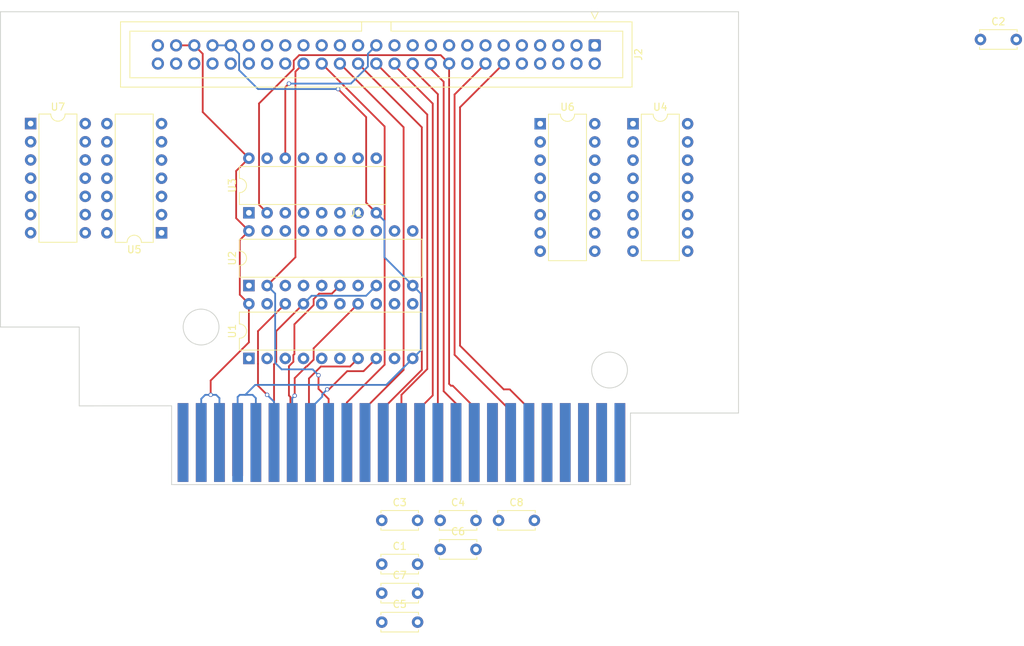
<source format=kicad_pcb>
(kicad_pcb (version 20211014) (generator pcbnew)
  (layers (0 "F.Cu" signal) (31 "B.Cu" signal) (34 "B.Paste" user) (35 "F.Paste" user) (36 "B.SilkS" user "B.Silkscreen") (37 "F.SilkS" user "F.Silkscreen") (38 "B.Mask" user) (39 "F.Mask" user) (44 "Edge.Cuts" user))
  (net 0 "")
  (net 1 "+5V")
  (net 2 "GND")
  (net 3 "{slash}CS1")
  (net 4 "{slash}CS2")
  (net 5 "{slash}CS12")
  (net 6 "{slash}SLTSL")
  (net 8 "{slash}RFSH")
  (net 9 "{slash}WAIT")
  (net 10 "{slash}INT")
  (net 11 "{slash}M1")
  (net 12 "{slash}BUSDIR")
  (net 13 "{slash}IORQ")
  (net 14 "{slash}MERQ")
  (net 15 "{slash}WR")
  (net 16 "{slash}RD")
  (net 17 "{slash}RESET")
  (net 19 "A9")
  (net 20 "A15")
  (net 21 "A11")
  (net 22 "A10")
  (net 23 "A7")
  (net 24 "A6")
  (net 25 "A12")
  (net 26 "A8")
  (net 27 "A14")
  (net 28 "A13")
  (net 29 "A1")
  (net 30 "A0")
  (net 31 "A3")
  (net 32 "A2")
  (net 33 "A5")
  (net 34 "A4")
  (net 35 "D1")
  (net 36 "D0")
  (net 37 "D3")
  (net 38 "D2")
  (net 39 "D5")
  (net 40 "D4")
  (net 41 "D7")
  (net 42 "D6")
  (net 43 "CLOCK")
  (net 44 "SW1")
  (net 45 "SW2")
  (net 46 "+12V")
  (net 47 "SOUNDIN")
  (net 48 "-12V")
  (net 49 "Net-(U1-Pad2)")
  (net 50 "Net-(U1-Pad5)")
  (net 51 "Net-(U1-Pad6)")
  (net 52 "Net-(U1-Pad9)")
  (net 53 "Net-(U1-Pad11)")
  (net 54 "Net-(U1-Pad12)")
  (net 55 "Net-(U1-Pad15)")
  (net 56 "Net-(U1-Pad16)")
  (net 57 "Net-(U1-Pad19)")
  (net 58 "Net-(U2-Pad19)")
  (net 59 "Net-(U3-Pad7)")
  (net 60 "Net-(U3-Pad9)")
  (net 61 "Net-(U4-Pad1)")
  (net 62 "EXP_SLTSL0")
  (net 63 "EXP_SLTSL1")
  (net 64 "EXP_SLTSL2")
  (net 65 "EXP_SLTSL3")
  (net 68 "Net-(U4-Pad15)")
  (net 69 "VCC")
  (net 70 "Net-(U5-Pad6)")
  (net 75 "Net-(U5-Pad12)")
  (footprint "Package_DIP:DIP-14_W7.62mm" (layer "F.Cu") (at 117.094 73.914 180)
    (fp_text reference "U5" (at 3.81 -2.33) (layer "F.SilkS"))
    (fp_text value "74LS11")
    (pad "1" thru_hole rect (at 0 0 180) (size 1.6 1.6) (drill 0.8) (layers *.Cu *.Mask) (net 22 "A10"))
    (pad "2" thru_hole oval (at 0 2.54 180) (size 1.6 1.6) (drill 0.8) (layers *.Cu *.Mask) (net 21 "A11"))
    (pad "3" thru_hole oval (at 0 5.08 180) (size 1.6 1.6) (drill 0.8) (layers *.Cu *.Mask) (net 28 "A13"))
    (pad "4" thru_hole oval (at 0 7.62 180) (size 1.6 1.6) (drill 0.8) (layers *.Cu *.Mask) (net 27 "A14"))
    (pad "5" thru_hole oval (at 0 10.16 180) (size 1.6 1.6) (drill 0.8) (layers *.Cu *.Mask) (net 20 "A15"))
    (pad "6" thru_hole oval (at 0 12.7 180) (size 1.6 1.6) (drill 0.8) (layers *.Cu *.Mask) (net 70 "Net-(U5-Pad6)"))
    (pad "7" thru_hole oval (at 0 15.24 180) (size 1.6 1.6) (drill 0.8) (layers *.Cu *.Mask) (net 2 "GND"))
    (pad "8" thru_hole oval (at 7.62 15.24 180) (size 1.6 1.6) (drill 0.8) (layers *.Cu *.Mask))
    (pad "9" thru_hole oval (at 7.62 12.7 180) (size 1.6 1.6) (drill 0.8) (layers *.Cu *.Mask))
    (pad "10" thru_hole oval (at 7.62 10.16 180) (size 1.6 1.6) (drill 0.8) (layers *.Cu *.Mask))
    (pad "11" thru_hole oval (at 7.62 7.62 180) (size 1.6 1.6) (drill 0.8) (layers *.Cu *.Mask))
    (pad "12" thru_hole oval (at 7.62 5.08 180) (size 1.6 1.6) (drill 0.8) (layers *.Cu *.Mask) (net 75 "Net-(U5-Pad12)"))
    (pad "13" thru_hole oval (at 7.62 2.54 180) (size 1.6 1.6) (drill 0.8) (layers *.Cu *.Mask) (net 25 "A12"))
    (pad "14" thru_hole oval (at 7.62 0 180) (size 1.6 1.6) (drill 0.8) (layers *.Cu *.Mask) (net 1 "+5V"))
  )
  (footprint "Connector_IDC:IDC-Header_2x25_P2.54mm_Vertical" (layer "F.Cu") (at 177.546 47.752 -90)
    (fp_text reference "J2" (at 1.27 -6.1 90) (layer "F.SilkS"))
    (fp_text value "IDC50P - MSX BUS")
    (pad "1" thru_hole roundrect (at 0 0 270) (size 1.7 1.7) (drill 1) (layers *.Cu *.Mask) (roundrect_rratio 0.147059) (net 3 "{slash}CS1"))
    (pad "2" thru_hole circle (at 2.54 0 270) (size 1.7 1.7) (drill 1) (layers *.Cu *.Mask) (net 4 "{slash}CS2"))
    (pad "3" thru_hole circle (at 0 2.54 270) (size 1.7 1.7) (drill 1) (layers *.Cu *.Mask) (net 5 "{slash}CS12"))
    (pad "4" thru_hole circle (at 2.54 2.54 270) (size 1.7 1.7) (drill 1) (layers *.Cu *.Mask) (net 6 "{slash}SLTSL"))
    (pad "5" thru_hole circle (at 0 5.08 270) (size 1.7 1.7) (drill 1) (layers *.Cu *.Mask) (net 62 "EXP_SLTSL0"))
    (pad "6" thru_hole circle (at 2.54 5.08 270) (size 1.7 1.7) (drill 1) (layers *.Cu *.Mask) (net 8 "{slash}RFSH"))
    (pad "7" thru_hole circle (at 0 7.62 270) (size 1.7 1.7) (drill 1) (layers *.Cu *.Mask) (net 9 "{slash}WAIT"))
    (pad "8" thru_hole circle (at 2.54 7.62 270) (size 1.7 1.7) (drill 1) (layers *.Cu *.Mask) (net 10 "{slash}INT"))
    (pad "9" thru_hole circle (at 0 10.16 270) (size 1.7 1.7) (drill 1) (layers *.Cu *.Mask) (net 11 "{slash}M1"))
    (pad "10" thru_hole circle (at 2.54 10.16 270) (size 1.7 1.7) (drill 1) (layers *.Cu *.Mask) (net 12 "{slash}BUSDIR"))
    (pad "11" thru_hole circle (at 0 12.7 270) (size 1.7 1.7) (drill 1) (layers *.Cu *.Mask) (net 13 "{slash}IORQ"))
    (pad "12" thru_hole circle (at 2.54 12.7 270) (size 1.7 1.7) (drill 1) (layers *.Cu *.Mask) (net 14 "{slash}MERQ"))
    (pad "13" thru_hole circle (at 0 15.24 270) (size 1.7 1.7) (drill 1) (layers *.Cu *.Mask) (net 15 "{slash}WR"))
    (pad "14" thru_hole circle (at 2.54 15.24 270) (size 1.7 1.7) (drill 1) (layers *.Cu *.Mask) (net 16 "{slash}RD"))
    (pad "15" thru_hole circle (at 0 17.78 270) (size 1.7 1.7) (drill 1) (layers *.Cu *.Mask) (net 17 "{slash}RESET"))
    (pad "16" thru_hole circle (at 2.54 17.78 270) (size 1.7 1.7) (drill 1) (layers *.Cu *.Mask) (net 63 "EXP_SLTSL1"))
    (pad "17" thru_hole circle (at 0 20.32 270) (size 1.7 1.7) (drill 1) (layers *.Cu *.Mask) (net 19 "A9"))
    (pad "18" thru_hole circle (at 2.54 20.32 270) (size 1.7 1.7) (drill 1) (layers *.Cu *.Mask) (net 20 "A15"))
    (pad "19" thru_hole circle (at 0 22.86 270) (size 1.7 1.7) (drill 1) (layers *.Cu *.Mask) (net 21 "A11"))
    (pad "20" thru_hole circle (at 2.54 22.86 270) (size 1.7 1.7) (drill 1) (layers *.Cu *.Mask) (net 22 "A10"))
    (pad "21" thru_hole circle (at 0 25.4 270) (size 1.7 1.7) (drill 1) (layers *.Cu *.Mask) (net 23 "A7"))
    (pad "22" thru_hole circle (at 2.54 25.4 270) (size 1.7 1.7) (drill 1) (layers *.Cu *.Mask) (net 24 "A6"))
    (pad "23" thru_hole circle (at 0 27.94 270) (size 1.7 1.7) (drill 1) (layers *.Cu *.Mask) (net 25 "A12"))
    (pad "24" thru_hole circle (at 2.54 27.94 270) (size 1.7 1.7) (drill 1) (layers *.Cu *.Mask) (net 26 "A8"))
    (pad "25" thru_hole circle (at 0 30.48 270) (size 1.7 1.7) (drill 1) (layers *.Cu *.Mask) (net 27 "A14"))
    (pad "26" thru_hole circle (at 2.54 30.48 270) (size 1.7 1.7) (drill 1) (layers *.Cu *.Mask) (net 28 "A13"))
    (pad "27" thru_hole circle (at 0 33.02 270) (size 1.7 1.7) (drill 1) (layers *.Cu *.Mask) (net 29 "A1"))
    (pad "28" thru_hole circle (at 2.54 33.02 270) (size 1.7 1.7) (drill 1) (layers *.Cu *.Mask) (net 30 "A0"))
    (pad "29" thru_hole circle (at 0 35.56 270) (size 1.7 1.7) (drill 1) (layers *.Cu *.Mask) (net 31 "A3"))
    (pad "30" thru_hole circle (at 2.54 35.56 270) (size 1.7 1.7) (drill 1) (layers *.Cu *.Mask) (net 32 "A2"))
    (pad "31" thru_hole circle (at 0 38.1 270) (size 1.7 1.7) (drill 1) (layers *.Cu *.Mask) (net 33 "A5"))
    (pad "32" thru_hole circle (at 2.54 38.1 270) (size 1.7 1.7) (drill 1) (layers *.Cu *.Mask) (net 34 "A4"))
    (pad "33" thru_hole circle (at 0 40.64 270) (size 1.7 1.7) (drill 1) (layers *.Cu *.Mask) (net 35 "D1"))
    (pad "34" thru_hole circle (at 2.54 40.64 270) (size 1.7 1.7) (drill 1) (layers *.Cu *.Mask) (net 36 "D0"))
    (pad "35" thru_hole circle (at 0 43.18 270) (size 1.7 1.7) (drill 1) (layers *.Cu *.Mask) (net 37 "D3"))
    (pad "36" thru_hole circle (at 2.54 43.18 270) (size 1.7 1.7) (drill 1) (layers *.Cu *.Mask) (net 38 "D2"))
    (pad "37" thru_hole circle (at 0 45.72 270) (size 1.7 1.7) (drill 1) (layers *.Cu *.Mask) (net 39 "D5"))
    (pad "38" thru_hole circle (at 2.54 45.72 270) (size 1.7 1.7) (drill 1) (layers *.Cu *.Mask) (net 40 "D4"))
    (pad "39" thru_hole circle (at 0 48.26 270) (size 1.7 1.7) (drill 1) (layers *.Cu *.Mask) (net 41 "D7"))
    (pad "40" thru_hole circle (at 2.54 48.26 270) (size 1.7 1.7) (drill 1) (layers *.Cu *.Mask) (net 42 "D6"))
    (pad "41" thru_hole circle (at 0 50.8 270) (size 1.7 1.7) (drill 1) (layers *.Cu *.Mask) (net 2 "GND"))
    (pad "42" thru_hole circle (at 2.54 50.8 270) (size 1.7 1.7) (drill 1) (layers *.Cu *.Mask) (net 43 "CLOCK"))
    (pad "43" thru_hole circle (at 0 53.34 270) (size 1.7 1.7) (drill 1) (layers *.Cu *.Mask) (net 2 "GND"))
    (pad "44" thru_hole circle (at 2.54 53.34 270) (size 1.7 1.7) (drill 1) (layers *.Cu *.Mask) (net 44 "SW1"))
    (pad "45" thru_hole circle (at 0 55.88 270) (size 1.7 1.7) (drill 1) (layers *.Cu *.Mask) (net 1 "+5V"))
    (pad "46" thru_hole circle (at 2.54 55.88 270) (size 1.7 1.7) (drill 1) (layers *.Cu *.Mask) (net 45 "SW2"))
    (pad "47" thru_hole circle (at 0 58.42 270) (size 1.7 1.7) (drill 1) (layers *.Cu *.Mask) (net 1 "+5V"))
    (pad "48" thru_hole circle (at 2.54 58.42 270) (size 1.7 1.7) (drill 1) (layers *.Cu *.Mask) (net 46 "+12V"))
    (pad "49" thru_hole circle (at 0 60.96 270) (size 1.7 1.7) (drill 1) (layers *.Cu *.Mask) (net 47 "SOUNDIN"))
    (pad "50" thru_hole circle (at 2.54 60.96 270) (size 1.7 1.7) (drill 1) (layers *.Cu *.Mask) (net 48 "-12V"))
  )
  (footprint "Capacitor_THT:C_Disc_D5.0mm_W2.5mm_P5.00mm" (layer "F.Cu") (at 147.828 114.042)
    (fp_text reference "C3" (at 2.5 -2.5) (layer "F.SilkS"))
    (fp_text value "0.1")
    (pad "1" thru_hole circle (at 0 0) (size 1.6 1.6) (drill 0.8) (layers *.Cu *.Mask) (net 1 "+5V"))
    (pad "2" thru_hole circle (at 5 0) (size 1.6 1.6) (drill 0.8) (layers *.Cu *.Mask) (net 2 "GND"))
  )
  (footprint "Capacitor_THT:C_Disc_D5.0mm_W2.5mm_P5.00mm" (layer "F.Cu") (at 147.828 120.142)
    (fp_text reference "C1" (at 2.5 -2.5) (layer "F.SilkS"))
    (fp_text value "0.1")
    (pad "1" thru_hole circle (at 0 0) (size 1.6 1.6) (drill 0.8) (layers *.Cu *.Mask) (net 1 "+5V"))
    (pad "2" thru_hole circle (at 5 0) (size 1.6 1.6) (drill 0.8) (layers *.Cu *.Mask) (net 2 "GND"))
  )
  (footprint "Capacitor_THT:C_Disc_D5.0mm_W2.5mm_P5.00mm" (layer "F.Cu") (at 155.978 114.042)
    (fp_text reference "C4" (at 2.5 -2.5) (layer "F.SilkS"))
    (fp_text value "0.1")
    (pad "1" thru_hole circle (at 0 0) (size 1.6 1.6) (drill 0.8) (layers *.Cu *.Mask) (net 1 "+5V"))
    (pad "2" thru_hole circle (at 5 0) (size 1.6 1.6) (drill 0.8) (layers *.Cu *.Mask) (net 2 "GND"))
  )
  (footprint "Capacitor_THT:C_Disc_D5.0mm_W2.5mm_P5.00mm" (layer "F.Cu") (at 164.128 114.042)
    (fp_text reference "C8" (at 2.5 -2.5) (layer "F.SilkS"))
    (fp_text value "0.1")
    (pad "1" thru_hole circle (at 0 0) (size 1.6 1.6) (drill 0.8) (layers *.Cu *.Mask) (net 1 "+5V"))
    (pad "2" thru_hole circle (at 5 0) (size 1.6 1.6) (drill 0.8) (layers *.Cu *.Mask) (net 2 "GND"))
  )
  (footprint "Capacitor_THT:C_Disc_D5.0mm_W2.5mm_P5.00mm" (layer "F.Cu") (at 231.378 46.932)
    (fp_text reference "C2" (at 2.5 -2.5) (layer "F.SilkS"))
    (fp_text value "0.1")
    (pad "1" thru_hole circle (at 0 0) (size 1.6 1.6) (drill 0.8) (layers *.Cu *.Mask) (net 1 "+5V"))
    (pad "2" thru_hole circle (at 5 0) (size 1.6 1.6) (drill 0.8) (layers *.Cu *.Mask) (net 2 "GND"))
  )
  (footprint "Package_DIP:DIP-20_W7.62mm" (layer "F.Cu") (at 129.291 81.27 90)
    (fp_text reference "U2" (at 3.81 -2.33 90) (layer "F.SilkS"))
    (fp_text value "74LS540")
    (pad "1" thru_hole rect (at 0 0 90) (size 1.6 1.6) (drill 0.8) (layers *.Cu *.Mask) (net 2 "GND"))
    (pad "2" thru_hole oval (at 0 2.54 90) (size 1.6 1.6) (drill 0.8) (layers *.Cu *.Mask) (net 36 "D0"))
    (pad "3" thru_hole oval (at 0 5.08 90) (size 1.6 1.6) (drill 0.8) (layers *.Cu *.Mask) (net 35 "D1"))
    (pad "4" thru_hole oval (at 0 7.62 90) (size 1.6 1.6) (drill 0.8) (layers *.Cu *.Mask) (net 38 "D2"))
    (pad "5" thru_hole oval (at 0 10.16 90) (size 1.6 1.6) (drill 0.8) (layers *.Cu *.Mask) (net 37 "D3"))
    (pad "6" thru_hole oval (at 0 12.7 90) (size 1.6 1.6) (drill 0.8) (layers *.Cu *.Mask) (net 40 "D4"))
    (pad "7" thru_hole oval (at 0 15.24 90) (size 1.6 1.6) (drill 0.8) (layers *.Cu *.Mask) (net 39 "D5"))
    (pad "8" thru_hole oval (at 0 17.78 90) (size 1.6 1.6) (drill 0.8) (layers *.Cu *.Mask) (net 42 "D6"))
    (pad "9" thru_hole oval (at 0 20.32 90) (size 1.6 1.6) (drill 0.8) (layers *.Cu *.Mask) (net 41 "D7"))
    (pad "10" thru_hole oval (at 0 22.86 90) (size 1.6 1.6) (drill 0.8) (layers *.Cu *.Mask) (net 2 "GND"))
    (pad "11" thru_hole oval (at 7.62 22.86 90) (size 1.6 1.6) (drill 0.8) (layers *.Cu *.Mask) (net 57 "Net-(U1-Pad19)"))
    (pad "12" thru_hole oval (at 7.62 20.32 90) (size 1.6 1.6) (drill 0.8) (layers *.Cu *.Mask) (net 56 "Net-(U1-Pad16)"))
    (pad "13" thru_hole oval (at 7.62 17.78 90) (size 1.6 1.6) (drill 0.8) (layers *.Cu *.Mask) (net 55 "Net-(U1-Pad15)"))
    (pad "14" thru_hole oval (at 7.62 15.24 90) (size 1.6 1.6) (drill 0.8) (layers *.Cu *.Mask) (net 54 "Net-(U1-Pad12)"))
    (pad "15" thru_hole oval (at 7.62 12.7 90) (size 1.6 1.6) (drill 0.8) (layers *.Cu *.Mask) (net 52 "Net-(U1-Pad9)"))
    (pad "16" thru_hole oval (at 7.62 10.16 90) (size 1.6 1.6) (drill 0.8) (layers *.Cu *.Mask) (net 51 "Net-(U1-Pad6)"))
    (pad "17" thru_hole oval (at 7.62 7.62 90) (size 1.6 1.6) (drill 0.8) (layers *.Cu *.Mask) (net 50 "Net-(U1-Pad5)"))
    (pad "18" thru_hole oval (at 7.62 5.08 90) (size 1.6 1.6) (drill 0.8) (layers *.Cu *.Mask) (net 49 "Net-(U1-Pad2)"))
    (pad "19" thru_hole oval (at 7.62 2.54 90) (size 1.6 1.6) (drill 0.8) (layers *.Cu *.Mask) (net 58 "Net-(U2-Pad19)"))
    (pad "20" thru_hole oval (at 7.62 0 90) (size 1.6 1.6) (drill 0.8) (layers *.Cu *.Mask) (net 1 "+5V"))
  )
  (footprint "Package_DIP:DIP-16_W7.62mm" (layer "F.Cu") (at 182.89 58.689)
    (fp_text reference "U4" (at 3.81 -2.33) (layer "F.SilkS"))
    (fp_text value "74LS139")
    (pad "1" thru_hole rect (at 0 0) (size 1.6 1.6) (drill 0.8) (layers *.Cu *.Mask) (net 61 "Net-(U4-Pad1)"))
    (pad "2" thru_hole oval (at 0 2.54) (size 1.6 1.6) (drill 0.8) (layers *.Cu *.Mask) (net 59 "Net-(U3-Pad7)"))
    (pad "3" thru_hole oval (at 0 5.08) (size 1.6 1.6) (drill 0.8) (layers *.Cu *.Mask) (net 60 "Net-(U3-Pad9)"))
    (pad "4" thru_hole oval (at 0 7.62) (size 1.6 1.6) (drill 0.8) (layers *.Cu *.Mask) (net 62 "EXP_SLTSL0"))
    (pad "5" thru_hole oval (at 0 10.16) (size 1.6 1.6) (drill 0.8) (layers *.Cu *.Mask) (net 63 "EXP_SLTSL1"))
    (pad "6" thru_hole oval (at 0 12.7) (size 1.6 1.6) (drill 0.8) (layers *.Cu *.Mask) (net 64 "EXP_SLTSL2"))
    (pad "7" thru_hole oval (at 0 15.24) (size 1.6 1.6) (drill 0.8) (layers *.Cu *.Mask) (net 65 "EXP_SLTSL3"))
    (pad "8" thru_hole oval (at 0 17.78) (size 1.6 1.6) (drill 0.8) (layers *.Cu *.Mask) (net 2 "GND"))
    (pad "9" thru_hole oval (at 7.62 17.78) (size 1.6 1.6) (drill 0.8) (layers *.Cu *.Mask))
    (pad "10" thru_hole oval (at 7.62 15.24) (size 1.6 1.6) (drill 0.8) (layers *.Cu *.Mask) (net 53 "Net-(U1-Pad11)"))
    (pad "11" thru_hole oval (at 7.62 12.7) (size 1.6 1.6) (drill 0.8) (layers *.Cu *.Mask) (net 58 "Net-(U2-Pad19)"))
    (pad "12" thru_hole oval (at 7.62 10.16) (size 1.6 1.6) (drill 0.8) (layers *.Cu *.Mask))
    (pad "13" thru_hole oval (at 7.62 7.62) (size 1.6 1.6) (drill 0.8) (layers *.Cu *.Mask) (net 16 "{slash}RD"))
    (pad "14" thru_hole oval (at 7.62 5.08) (size 1.6 1.6) (drill 0.8) (layers *.Cu *.Mask) (net 15 "{slash}WR"))
    (pad "15" thru_hole oval (at 7.62 2.54) (size 1.6 1.6) (drill 0.8) (layers *.Cu *.Mask) (net 68 "Net-(U4-Pad15)"))
    (pad "16" thru_hole oval (at 7.62 0) (size 1.6 1.6) (drill 0.8) (layers *.Cu *.Mask) (net 69 "VCC"))
  )
  (footprint "Capacitor_THT:C_Disc_D5.0mm_W2.5mm_P5.00mm" (layer "F.Cu") (at 155.978 118.092)
    (fp_text reference "C6" (at 2.5 -2.5) (layer "F.SilkS"))
    (fp_text value "0.1")
    (pad "1" thru_hole circle (at 0 0) (size 1.6 1.6) (drill 0.8) (layers *.Cu *.Mask) (net 1 "+5V"))
    (pad "2" thru_hole circle (at 5 0) (size 1.6 1.6) (drill 0.8) (layers *.Cu *.Mask) (net 2 "GND"))
  )
  (footprint "Package_DIP:DIP-16_W7.62mm" (layer "F.Cu") (at 129.286 71.12 90)
    (fp_text reference "U3" (at 3.81 -2.33 90) (layer "F.SilkS"))
    (fp_text value "74LS352")
    (pad "1" thru_hole rect (at 0 0 90) (size 1.6 1.6) (drill 0.8) (layers *.Cu *.Mask) (net 2 "GND"))
    (pad "2" thru_hole oval (at 0 2.54 90) (size 1.6 1.6) (drill 0.8) (layers *.Cu *.Mask) (net 20 "A15"))
    (pad "3" thru_hole oval (at 0 5.08 90) (size 1.6 1.6) (drill 0.8) (layers *.Cu *.Mask) (net 52 "Net-(U1-Pad9)"))
    (pad "4" thru_hole oval (at 0 7.62 90) (size 1.6 1.6) (drill 0.8) (layers *.Cu *.Mask) (net 51 "Net-(U1-Pad6)"))
    (pad "5" thru_hole oval (at 0 10.16 90) (size 1.6 1.6) (drill 0.8) (layers *.Cu *.Mask) (net 50 "Net-(U1-Pad5)"))
    (pad "6" thru_hole oval (at 0 12.7 90) (size 1.6 1.6) (drill 0.8) (layers *.Cu *.Mask) (net 49 "Net-(U1-Pad2)"))
    (pad "7" thru_hole oval (at 0 15.24 90) (size 1.6 1.6) (drill 0.8) (layers *.Cu *.Mask) (net 59 "Net-(U3-Pad7)"))
    (pad "8" thru_hole oval (at 0 17.78 90) (size 1.6 1.6) (drill 0.8) (layers *.Cu *.Mask) (net 2 "GND"))
    (pad "9" thru_hole oval (at 7.62 17.78 90) (size 1.6 1.6) (drill 0.8) (layers *.Cu *.Mask) (net 60 "Net-(U3-Pad9)"))
    (pad "10" thru_hole oval (at 7.62 15.24 90) (size 1.6 1.6) (drill 0.8) (layers *.Cu *.Mask) (net 54 "Net-(U1-Pad12)"))
    (pad "11" thru_hole oval (at 7.62 12.7 90) (size 1.6 1.6) (drill 0.8) (layers *.Cu *.Mask) (net 55 "Net-(U1-Pad15)"))
    (pad "12" thru_hole oval (at 7.62 10.16 90) (size 1.6 1.6) (drill 0.8) (layers *.Cu *.Mask) (net 56 "Net-(U1-Pad16)"))
    (pad "13" thru_hole oval (at 7.62 7.62 90) (size 1.6 1.6) (drill 0.8) (layers *.Cu *.Mask) (net 57 "Net-(U1-Pad19)"))
    (pad "14" thru_hole oval (at 7.62 5.08 90) (size 1.6 1.6) (drill 0.8) (layers *.Cu *.Mask) (net 27 "A14"))
    (pad "15" thru_hole oval (at 7.62 2.54 90) (size 1.6 1.6) (drill 0.8) (layers *.Cu *.Mask) (net 6 "{slash}SLTSL"))
    (pad "16" thru_hole oval (at 7.62 0 90) (size 1.6 1.6) (drill 0.8) (layers *.Cu *.Mask) (net 1 "+5V"))
  )
  (footprint "Package_DIP:DIP-14_W7.62mm" (layer "F.Cu") (at 98.826 58.664)
    (fp_text reference "U7" (at 3.81 -2.33) (layer "F.SilkS"))
    (fp_text value "74LS32")
    (pad "1" thru_hole rect (at 0 0) (size 1.6 1.6) (drill 0.8) (layers *.Cu *.Mask) (net 61 "Net-(U4-Pad1)"))
    (pad "2" thru_hole oval (at 0 2.54) (size 1.6 1.6) (drill 0.8) (layers *.Cu *.Mask) (net 6 "{slash}SLTSL"))
    (pad "3" thru_hole oval (at 0 5.08) (size 1.6 1.6) (drill 0.8) (layers *.Cu *.Mask) (net 68 "Net-(U4-Pad15)"))
    (pad "4" thru_hole oval (at 0 7.62) (size 1.6 1.6) (drill 0.8) (layers *.Cu *.Mask))
    (pad "5" thru_hole oval (at 0 10.16) (size 1.6 1.6) (drill 0.8) (layers *.Cu *.Mask))
    (pad "6" thru_hole oval (at 0 12.7) (size 1.6 1.6) (drill 0.8) (layers *.Cu *.Mask))
    (pad "7" thru_hole oval (at 0 15.24) (size 1.6 1.6) (drill 0.8) (layers *.Cu *.Mask))
    (pad "8" thru_hole oval (at 7.62 15.24) (size 1.6 1.6) (drill 0.8) (layers *.Cu *.Mask))
    (pad "9" thru_hole oval (at 7.62 12.7) (size 1.6 1.6) (drill 0.8) (layers *.Cu *.Mask))
    (pad "10" thru_hole oval (at 7.62 10.16) (size 1.6 1.6) (drill 0.8) (layers *.Cu *.Mask))
    (pad "11" thru_hole oval (at 7.62 7.62) (size 1.6 1.6) (drill 0.8) (layers *.Cu *.Mask))
    (pad "12" thru_hole oval (at 7.62 5.08) (size 1.6 1.6) (drill 0.8) (layers *.Cu *.Mask))
    (pad "13" thru_hole oval (at 7.62 2.54) (size 1.6 1.6) (drill 0.8) (layers *.Cu *.Mask))
    (pad "14" thru_hole oval (at 7.62 0) (size 1.6 1.6) (drill 0.8) (layers *.Cu *.Mask))
  )
  (footprint "Capacitor_THT:C_Disc_D5.0mm_W2.5mm_P5.00mm" (layer "F.Cu") (at 147.828 128.242)
    (fp_text reference "C5" (at 2.5 -2.5) (layer "F.SilkS"))
    (fp_text value "0.1")
    (pad "1" thru_hole circle (at 0 0) (size 1.6 1.6) (drill 0.8) (layers *.Cu *.Mask) (net 1 "+5V"))
    (pad "2" thru_hole circle (at 5 0) (size 1.6 1.6) (drill 0.8) (layers *.Cu *.Mask) (net 2 "GND"))
  )
  (footprint "Package_DIP:DIP-20_W7.62mm" (layer "F.Cu") (at 129.286 91.44 90)
    (fp_text reference "U1" (at 3.81 -2.33 90) (layer "F.SilkS"))
    (fp_text value "74LS273")
    (pad "1" thru_hole rect (at 0 0 90) (size 1.6 1.6) (drill 0.8) (layers *.Cu *.Mask) (net 17 "{slash}RESET"))
    (pad "2" thru_hole oval (at 0 2.54 90) (size 1.6 1.6) (drill 0.8) (layers *.Cu *.Mask) (net 49 "Net-(U1-Pad2)"))
    (pad "3" thru_hole oval (at 0 5.08 90) (size 1.6 1.6) (drill 0.8) (layers *.Cu *.Mask) (net 36 "D0"))
    (pad "4" thru_hole oval (at 0 7.62 90) (size 1.6 1.6) (drill 0.8) (layers *.Cu *.Mask) (net 35 "D1"))
    (pad "5" thru_hole oval (at 0 10.16 90) (size 1.6 1.6) (drill 0.8) (layers *.Cu *.Mask) (net 50 "Net-(U1-Pad5)"))
    (pad "6" thru_hole oval (at 0 12.7 90) (size 1.6 1.6) (drill 0.8) (layers *.Cu *.Mask) (net 51 "Net-(U1-Pad6)"))
    (pad "7" thru_hole oval (at 0 15.24 90) (size 1.6 1.6) (drill 0.8) (layers *.Cu *.Mask) (net 38 "D2"))
    (pad "8" thru_hole oval (at 0 17.78 90) (size 1.6 1.6) (drill 0.8) (layers *.Cu *.Mask) (net 37 "D3"))
    (pad "9" thru_hole oval (at 0 20.32 90) (size 1.6 1.6) (drill 0.8) (layers *.Cu *.Mask) (net 52 "Net-(U1-Pad9)"))
    (pad "10" thru_hole oval (at 0 22.86 90) (size 1.6 1.6) (drill 0.8) (layers *.Cu *.Mask) (net 2 "GND"))
    (pad "11" thru_hole oval (at 7.62 22.86 90) (size 1.6 1.6) (drill 0.8) (layers *.Cu *.Mask) (net 53 "Net-(U1-Pad11)"))
    (pad "12" thru_hole oval (at 7.62 20.32 90) (size 1.6 1.6) (drill 0.8) (layers *.Cu *.Mask) (net 54 "Net-(U1-Pad12)"))
    (pad "13" thru_hole oval (at 7.62 17.78 90) (size 1.6 1.6) (drill 0.8) (layers *.Cu *.Mask) (net 40 "D4"))
    (pad "14" thru_hole oval (at 7.62 15.24 90) (size 1.6 1.6) (drill 0.8) (layers *.Cu *.Mask) (net 39 "D5"))
    (pad "15" thru_hole oval (at 7.62 12.7 90) (size 1.6 1.6) (drill 0.8) (layers *.Cu *.Mask) (net 55 "Net-(U1-Pad15)"))
    (pad "16" thru_hole oval (at 7.62 10.16 90) (size 1.6 1.6) (drill 0.8) (layers *.Cu *.Mask) (net 56 "Net-(U1-Pad16)"))
    (pad "17" thru_hole oval (at 7.62 7.62 90) (size 1.6 1.6) (drill 0.8) (layers *.Cu *.Mask) (net 42 "D6"))
    (pad "18" thru_hole oval (at 7.62 5.08 90) (size 1.6 1.6) (drill 0.8) (layers *.Cu *.Mask) (net 41 "D7"))
    (pad "19" thru_hole oval (at 7.62 2.54 90) (size 1.6 1.6) (drill 0.8) (layers *.Cu *.Mask) (net 57 "Net-(U1-Pad19)"))
    (pad "20" thru_hole oval (at 7.62 0 90) (size 1.6 1.6) (drill 0.8) (layers *.Cu *.Mask) (net 1 "+5V"))
  )
  (footprint "Roni Footprints:MSX_CART_SW" (layer "F.Cu") (at 144.272 73.66)
    (fp_text reference "J1" (at 0 -2.54) (layer "F.SilkS"))
    (fp_text value "MSX Edge Connector")
    (fp_line (start 38.263821 25.400771) (end 38.265868 35.390806) (layer "Edge.Cuts") (width 0.12))
    (fp_line (start -49.66 13.4) (end -38.66 13.4) (layer "Edge.Cuts") (width 0.12))
    (fp_line (start 38.263821 25.400771) (end 53.34 25.4) (layer "Edge.Cuts") (width 0.12))
    (fp_line (start -25.772154 35.388435) (end -25.772154 24.388435) (layer "Edge.Cuts") (width 0.12))
    (fp_line (start -49.66 13.4) (end -49.66 -30.6) (layer "Edge.Cuts") (width 0.12))
    (fp_line (start -25.772154 35.388435) (end 38.265868 35.390806) (layer "Edge.Cuts") (width 0.12))
    (fp_line (start 53.34 -30.6) (end -49.66 -30.6) (layer "Edge.Cuts") (width 0.12))
    (fp_line (start -38.66 24.4) (end -25.772154 24.388435) (layer "Edge.Cuts") (width 0.12))
    (fp_line (start 53.34 -30.6) (end 53.34 25.4) (layer "Edge.Cuts") (width 0.12))
    (fp_line (start -38.66 13.4) (end -38.66 24.4) (layer "Edge.Cuts") (width 0.12))
    (fp_circle (center -21.66 13.4) (end -19.16 13.4) (layer "Edge.Cuts") (width 0.12) (fill none))
    (fp_circle (center 35.34 19.4) (end 37.84 19.4) (layer "Edge.Cuts") (width 0.12) (fill none))
    (pad "1" connect rect (at 36.782025 29.514405) (size 1.5 11) (layers "B.Cu" "B.Mask") (net 3 "{slash}CS1"))
    (pad "2" connect rect (at 36.782025 29.514405) (size 1.5 11) (layers "F.Cu" "F.Mask") (net 4 "{slash}CS2"))
    (pad "3" connect rect (at 34.242025 29.514405) (size 1.5 11) (layers "B.Cu" "B.Mask") (net 5 "{slash}CS12"))
    (pad "4" connect rect (at 34.242025 29.514405) (size 1.5 11) (layers "F.Cu" "F.Mask") (net 6 "{slash}SLTSL"))
    (pad "5" connect rect (at 31.702025 29.514405) (size 1.5 11) (layers "B.Cu" "B.Mask"))
    (pad "6" connect rect (at 31.702025 29.514405) (size 1.5 11) (layers "F.Cu" "F.Mask") (net 8 "{slash}RFSH"))
    (pad "7" connect rect (at 29.162025 29.514405) (size 1.5 11) (layers "B.Cu" "B.Mask") (net 9 "{slash}WAIT"))
    (pad "8" connect rect (at 29.162025 29.514405) (size 1.5 11) (layers "F.Cu" "F.Mask") (net 10 "{slash}INT"))
    (pad "9" connect rect (at 26.622025 29.514405) (size 1.5 11) (layers "B.Cu" "B.Mask") (net 11 "{slash}M1"))
    (pad "10" connect rect (at 26.622025 29.514405) (size 1.5 11) (layers "F.Cu" "F.Mask") (net 12 "{slash}BUSDIR"))
    (pad "11" connect rect (at 24.082025 29.514405) (size 1.5 11) (layers "B.Cu" "B.Mask") (net 13 "{slash}IORQ"))
    (pad "12" connect rect (at 24.082025 29.514405) (size 1.5 11) (layers "F.Cu" "F.Mask") (net 14 "{slash}MERQ"))
    (pad "13" connect rect (at 21.542025 29.514405) (size 1.5 11) (layers "B.Cu" "B.Mask") (net 15 "{slash}WR"))
    (pad "14" connect rect (at 21.542025 29.514405) (size 1.5 11) (layers "F.Cu" "F.Mask") (net 16 "{slash}RD"))
    (pad "15" connect rect (at 19.002025 29.514405) (size 1.5 11) (layers "B.Cu" "B.Mask") (net 17 "{slash}RESET"))
    (pad "16" connect rect (at 19.002025 29.514405) (size 1.5 11) (layers "F.Cu" "F.Mask"))
    (pad "17" connect rect (at 16.462025 29.514405) (size 1.5 11) (layers "B.Cu" "B.Mask") (net 19 "A9"))
    (pad "18" connect rect (at 16.462025 29.514405) (size 1.5 11) (layers "F.Cu" "F.Mask") (net 20 "A15"))
    (pad "19" connect rect (at 13.922025 29.514405) (size 1.5 11) (layers "B.Cu" "B.Mask") (net 21 "A11"))
    (pad "20" connect rect (at 13.922025 29.514405) (size 1.5 11) (layers "F.Cu" "F.Mask") (net 22 "A10"))
    (pad "21" connect rect (at 11.382025 29.514405) (size 1.5 11) (layers "B.Cu" "B.Mask") (net 23 "A7"))
    (pad "22" connect rect (at 11.382025 29.514405) (size 1.5 11) (layers "F.Cu" "F.Mask") (net 24 "A6"))
    (pad "23" connect rect (at 8.842025 29.514405) (size 1.5 11) (layers "B.Cu" "B.Mask") (net 25 "A12"))
    (pad "24" connect rect (at 8.842025 29.514405) (size 1.5 11) (layers "F.Cu" "F.Mask") (net 26 "A8"))
    (pad "25" connect rect (at 6.302025 29.514405) (size 1.5 11) (layers "B.Cu" "B.Mask") (net 27 "A14"))
    (pad "26" connect rect (at 6.302025 29.514405) (size 1.5 11) (layers "F.Cu" "F.Mask") (net 28 "A13"))
    (pad "27" connect rect (at 3.762025 29.514405) (size 1.5 11) (layers "B.Cu" "B.Mask") (net 29 "A1"))
    (pad "28" connect rect (at 3.762025 29.514405) (size 1.5 11) (layers "F.Cu" "F.Mask") (net 30 "A0"))
    (pad "29" connect rect (at 1.222025 29.514405) (size 1.5 11) (layers "B.Cu" "B.Mask") (net 31 "A3"))
    (pad "30" connect rect (at 1.222025 29.514405) (size 1.5 11) (layers "F.Cu" "F.Mask") (net 32 "A2"))
    (pad "31" connect rect (at -1.317975 29.514405) (size 1.5 11) (layers "B.Cu" "B.Mask") (net 33 "A5"))
    (pad "32" connect rect (at -1.317975 29.514405) (size 1.5 11) (layers "F.Cu" "F.Mask") (net 34 "A4"))
    (pad "33" connect rect (at -3.857975 29.514405) (size 1.5 11) (layers "B.Cu" "B.Mask") (net 35 "D1"))
    (pad "34" connect rect (at -3.857975 29.514405) (size 1.5 11) (layers "F.Cu" "F.Mask") (net 36 "D0"))
    (pad "35" connect rect (at -6.397975 29.514405) (size 1.5 11) (layers "B.Cu" "B.Mask") (net 37 "D3"))
    (pad "36" connect rect (at -6.397975 29.514405) (size 1.5 11) (layers "F.Cu" "F.Mask") (net 38 "D2"))
    (pad "37" connect rect (at -8.937975 29.514405) (size 1.5 11) (layers "B.Cu" "B.Mask") (net 39 "D5"))
    (pad "38" connect rect (at -8.937975 29.514405) (size 1.5 11) (layers "F.Cu" "F.Mask") (net 40 "D4"))
    (pad "39" connect rect (at -11.477975 29.514405) (size 1.5 11) (layers "B.Cu" "B.Mask") (net 41 "D7"))
    (pad "40" connect rect (at -11.477975 29.514405) (size 1.5 11) (layers "F.Cu" "F.Mask") (net 42 "D6"))
    (pad "41" connect rect (at -14.017975 29.514405) (size 1.5 11) (layers "B.Cu" "B.Mask") (net 2 "GND"))
    (pad "42" connect rect (at -14.017975 29.514405) (size 1.5 11) (layers "F.Cu" "F.Mask") (net 43 "CLOCK"))
    (pad "43" connect rect (at -16.557975 29.514405) (size 1.5 11) (layers "B.Cu" "B.Mask") (net 2 "GND"))
    (pad "44" connect rect (at -16.552858 29.102863) (size 1.510191 10.176916) (layers "F.Cu" "F.Mask") (net 44 "SW1"))
    (pad "45" connect rect (at -19.097975 29.514405) (size 1.5 11) (layers "B.Cu" "B.Mask") (net 1 "+5V"))
    (pad "46" connect rect (at -19.097975 29.514405) (size 1.5 11) (layers "F.Cu" "F.Mask") (net 45 "SW2"))
    (pad "47" connect rect (at -21.637975 29.514405) (size 1.5 11) (layers "B.Cu" "B.Mask") (net 1 "+5V"))
    (pad "48" connect rect (at -21.637975 29.514405) (size 1.5 11) (layers "F.Cu" "F.Mask") (net 46 "+12V"))
    (pad "49" connect rect (at -24.177975 29.514405) (size 1.5 11) (layers "B.Cu" "B.Mask") (net 47 "SOUNDIN"))
    (pad "50" connect rect (at -24.177975 29.514405) (size 1.5 11) (layers "F.Cu" "F.Mask") (net 48 "-12V"))
  )
  (footprint "Package_DIP:DIP-16_W7.62mm" (layer "F.Cu") (at 169.936 58.689)
    (fp_text reference "U6" (at 3.81 -2.33) (layer "F.SilkS"))
    (fp_text value "74LS133")
    (pad "1" thru_hole rect (at 0 0) (size 1.6 1.6) (drill 0.8) (layers *.Cu *.Mask) (net 8 "{slash}RFSH"))
    (pad "2" thru_hole oval (at 0 2.54) (size 1.6 1.6) (drill 0.8) (layers *.Cu *.Mask) (net 30 "A0"))
    (pad "3" thru_hole oval (at 0 5.08) (size 1.6 1.6) (drill 0.8) (layers *.Cu *.Mask) (net 29 "A1"))
    (pad "4" thru_hole oval (at 0 7.62) (size 1.6 1.6) (drill 0.8) (layers *.Cu *.Mask) (net 32 "A2"))
    (pad "5" thru_hole oval (at 0 10.16) (size 1.6 1.6) (drill 0.8) (layers *.Cu *.Mask) (net 31 "A3"))
    (pad "6" thru_hole oval (at 0 12.7) (size 1.6 1.6) (drill 0.8) (layers *.Cu *.Mask) (net 34 "A4"))
    (pad "7" thru_hole oval (at 0 15.24) (size 1.6 1.6) (drill 0.8) (layers *.Cu *.Mask) (net 33 "A5"))
    (pad "8" thru_hole oval (at 0 17.78) (size 1.6 1.6) (drill 0.8) (layers *.Cu *.Mask))
    (pad "9" thru_hole oval (at 7.62 17.78) (size 1.6 1.6) (drill 0.8) (layers *.Cu *.Mask) (net 61 "Net-(U4-Pad1)"))
    (pad "10" thru_hole oval (at 7.62 15.24) (size 1.6 1.6) (drill 0.8) (layers *.Cu *.Mask) (net 24 "A6"))
    (pad "11" thru_hole oval (at 7.62 12.7) (size 1.6 1.6) (drill 0.8) (layers *.Cu *.Mask) (net 23 "A7"))
    (pad "12" thru_hole oval (at 7.62 10.16) (size 1.6 1.6) (drill 0.8) (layers *.Cu *.Mask) (net 26 "A8"))
    (pad "13" thru_hole oval (at 7.62 7.62) (size 1.6 1.6) (drill 0.8) (layers *.Cu *.Mask) (net 19 "A9"))
    (pad "14" thru_hole oval (at 7.62 5.08) (size 1.6 1.6) (drill 0.8) (layers *.Cu *.Mask) (net 75 "Net-(U5-Pad12)"))
    (pad "15" thru_hole oval (at 7.62 2.54) (size 1.6 1.6) (drill 0.8) (layers *.Cu *.Mask) (net 70 "Net-(U5-Pad6)"))
    (pad "16" thru_hole oval (at 7.62 0) (size 1.6 1.6) (drill 0.8) (layers *.Cu *.Mask))
  )
  (footprint "Capacitor_THT:C_Disc_D5.0mm_W2.5mm_P5.00mm" (layer "F.Cu") (at 147.828 124.192)
    (fp_text reference "C7" (at 2.5 -2.5) (layer "F.SilkS"))
    (fp_text value "0.1")
    (pad "1" thru_hole circle (at 0 0) (size 1.6 1.6) (drill 0.8) (layers *.Cu *.Mask) (net 1 "+5V"))
    (pad "2" thru_hole circle (at 5 0) (size 1.6 1.6) (drill 0.8) (layers *.Cu *.Mask) (net 2 "GND"))
  )
  (segment (start 129.291 73.65) (end 128.016 74.925) (width 0.25) (layer "F.Cu") (net 1))
  (segment (start 129.286 63.5) (end 127.508 65.278) (width 0.25) (layer "F.Cu") (net 1))
  (segment (start 128.016 82.55) (end 129.286 83.82) (width 0.25) (layer "F.Cu") (net 1))
  (segment (start 123.952 96.52) (end 123.952 94.525398) (width 0.25) (layer "F.Cu") (net 1))
  (segment (start 121.666 47.752) (end 122.841 48.927) (width 0.25) (layer "F.Cu") (net 1))
  (segment (start 127.508 65.278) (end 127.508 71.867) (width 0.25) (layer "F.Cu") (net 1))
  (segment (start 127.508 71.867) (end 129.291 73.65) (width 0.25) (layer "F.Cu") (net 1))
  (segment (start 122.841 57.055) (end 129.286 63.5) (width 0.25) (layer "F.Cu") (net 1))
  (segment (start 123.952 94.525398) (end 129.286 89.191398) (width 0.25) (layer "F.Cu") (net 1))
  (segment (start 122.841 48.927) (end 122.841 57.055) (width 0.25) (layer "F.Cu") (net 1))
  (segment (start 129.286 89.191398) (end 129.286 83.82) (width 0.25) (layer "F.Cu") (net 1))
  (segment (start 128.016 74.925) (end 128.016 82.55) (width 0.25) (layer "F.Cu") (net 1))
  (segment (start 121.666 47.752) (end 119.126 47.752) (width 0.25) (layer "F.Cu") (net 1))
  (via (at 123.952 96.52) (size 0.6) (drill 0.4) (layers "F.Cu" "B.Cu") (net 1))
  (segment (start 122.634025 97.075975) (end 123.19 96.52) (width 0.25) (layer "B.Cu") (net 1))
  (segment (start 124.714 96.52) (end 125.174025 96.980025) (width 0.25) (layer "B.Cu") (net 1))
  (segment (start 123.19 96.52) (end 123.952 96.52) (width 0.25) (layer "B.Cu") (net 1))
  (segment (start 125.174025 96.980025) (end 125.174025 103.174405) (width 0.25) (layer "B.Cu") (net 1))
  (segment (start 123.952 96.52) (end 124.714 96.52) (width 0.25) (layer "B.Cu") (net 1))
  (segment (start 122.634025 103.174405) (end 122.634025 97.075975) (width 0.25) (layer "B.Cu") (net 1))
  (segment (start 145.651 57.767) (end 141.732 53.848) (width 0.25) (layer "F.Cu") (net 2))
  (segment (start 145.651 69.705) (end 145.651 57.767) (width 0.25) (layer "F.Cu") (net 2))
  (segment (start 147.066 71.12) (end 145.651 69.705) (width 0.25) (layer "F.Cu") (net 2))
  (via (at 141.732 53.848) (size 0.6) (drill 0.4) (layers "F.Cu" "B.Cu") (net 2))
  (segment (start 130.165 95.133) (end 128.778 96.52) (width 0.25) (layer "B.Cu") (net 2))
  (segment (start 128.778 96.52) (end 129.794 96.52) (width 0.25) (layer "B.Cu") (net 2))
  (segment (start 127.714025 96.821975) (end 128.016 96.52) (width 0.25) (layer "B.Cu") (net 2))
  (segment (start 141.732 53.848) (end 130.556 53.848) (width 0.25) (layer "B.Cu") (net 2))
  (segment (start 130.556 53.848) (end 127.921 51.213) (width 0.25) (layer "B.Cu") (net 2))
  (segment (start 130.254025 96.980025) (end 130.254025 103.174405) (width 0.25) (layer "B.Cu") (net 2))
  (segment (start 129.794 96.52) (end 130.254025 96.980025) (width 0.25) (layer "B.Cu") (net 2))
  (segment (start 148.196 72.25) (end 147.066 71.12) (width 0.25) (layer "B.Cu") (net 2))
  (segment (start 127.921 48.927) (end 126.746 47.752) (width 0.25) (layer "B.Cu") (net 2))
  (segment (start 124.206 47.752) (end 126.746 47.752) (width 0.25) (layer "B.Cu") (net 2))
  (segment (start 152.151 81.27) (end 148.196 77.315) (width 0.25) (layer "B.Cu") (net 2))
  (segment (start 152.146 91.44) (end 148.453 95.133) (width 0.25) (layer "B.Cu") (net 2))
  (segment (start 148.196 77.315) (end 148.196 72.25) (width 0.25) (layer "B.Cu") (net 2))
  (segment (start 152.151 81.27) (end 153.271 82.39) (width 0.25) (layer "B.Cu") (net 2))
  (segment (start 128.016 96.52) (end 128.778 96.52) (width 0.25) (layer "B.Cu") (net 2))
  (segment (start 153.271 90.315) (end 152.146 91.44) (width 0.25) (layer "B.Cu") (net 2))
  (segment (start 127.714025 103.174405) (end 127.714025 96.821975) (width 0.25) (layer "B.Cu") (net 2))
  (segment (start 148.453 95.133) (end 130.165 95.133) (width 0.25) (layer "B.Cu") (net 2))
  (segment (start 153.271 82.39) (end 153.271 90.315) (width 0.25) (layer "B.Cu") (net 2))
  (segment (start 127.921 51.213) (end 127.921 48.927) (width 0.25) (layer "B.Cu") (net 2))
  (segment (start 164.846 95.758) (end 158.75 89.662) (width 0.25) (layer "F.Cu") (net 14))
  (segment (start 165.68762 95.758) (end 164.846 95.758) (width 0.25) (layer "F.Cu") (net 14))
  (segment (start 168.354025 98.424405) (end 165.68762 95.758) (width 0.25) (layer "F.Cu") (net 14))
  (segment (start 158.75 89.662) (end 158.75 56.388) (width 0.25) (layer "F.Cu") (net 14))
  (segment (start 158.75 56.388) (end 164.846 50.292) (width 0.25) (layer "F.Cu") (net 14))
  (segment (start 168.354025 103.174405) (end 168.354025 98.424405) (width 0.25) (layer "F.Cu") (net 14))
  (segment (start 165.814025 98.758025) (end 157.988 90.932) (width 0.25) (layer "F.Cu") (net 16))
  (segment (start 157.988 90.932) (end 157.988 54.61) (width 0.25) (layer "F.Cu") (net 16))
  (segment (start 165.814025 103.174405) (end 165.814025 98.758025) (width 0.25) (layer "F.Cu") (net 16))
  (segment (start 157.988 54.61) (end 162.306 50.292) (width 0.25) (layer "F.Cu") (net 16))
  (segment (start 156.051 49.117) (end 136.303 49.117) (width 0.25) (layer "F.Cu") (net 20))
  (segment (start 135.541 51.020604) (end 130.701 55.860604) (width 0.25) (layer "F.Cu") (net 20))
  (segment (start 135.541 49.879) (end 135.541 51.020604) (width 0.25) (layer "F.Cu") (net 20))
  (segment (start 130.701 69.995) (end 131.826 71.12) (width 0.25) (layer "F.Cu") (net 20))
  (segment (start 160.528 98.044) (end 157.734 95.25) (width 0.25) (layer "F.Cu") (net 20))
  (segment (start 160.734025 103.174405) (end 160.528 102.96838) (width 0.25) (layer "F.Cu") (net 20))
  (segment (start 157.48 95.25) (end 157.226 94.996) (width 0.25) (layer "F.Cu") (net 20))
  (segment (start 157.226 50.292) (end 156.051 49.117) (width 0.25) (layer "F.Cu") (net 20))
  (segment (start 157.226 94.996) (end 157.226 50.292) (width 0.25) (layer "F.Cu") (net 20))
  (segment (start 136.303 49.117) (end 135.541 49.879) (width 0.25) (layer "F.Cu") (net 20))
  (segment (start 130.701 55.860604) (end 130.701 69.995) (width 0.25) (layer "F.Cu") (net 20))
  (segment (start 160.528 102.96838) (end 160.528 98.044) (width 0.25) (layer "F.Cu") (net 20))
  (segment (start 157.734 95.25) (end 157.48 95.25) (width 0.25) (layer "F.Cu") (net 20))
  (segment (start 154.686 51.054) (end 154.686 50.292) (width 0.25) (layer "F.Cu") (net 22))
  (segment (start 158.194025 97.742025) (end 156.464 96.012) (width 0.25) (layer "F.Cu") (net 22))
  (segment (start 158.194025 103.174405) (end 158.194025 97.742025) (width 0.25) (layer "F.Cu") (net 22))
  (segment (start 156.464 96.012) (end 156.464 52.832) (width 0.25) (layer "F.Cu") (net 22))
  (segment (start 156.464 52.832) (end 154.686 51.054) (width 0.25) (layer "F.Cu") (net 22))
  (segment (start 155.654025 103.174405) (end 155.654025 54.562025) (width 0.25) (layer "F.Cu") (net 24))
  (segment (start 152.146 51.054) (end 152.146 50.292) (width 0.25) (layer "F.Cu") (net 24))
  (segment (start 155.654025 54.562025) (end 152.146 51.054) (width 0.25) (layer "F.Cu") (net 24))
  (segment (start 153.114025 98.424405) (end 154.94 96.59843) (width 0.25) (layer "F.Cu") (net 26))
  (segment (start 153.114025 103.174405) (end 153.114025 98.424405) (width 0.25) (layer "F.Cu") (net 26))
  (segment (start 154.94 96.59843) (end 154.94 55.88) (width 0.25) (layer "F.Cu") (net 26))
  (segment (start 149.606 50.546) (end 149.606 50.292) (width 0.25) (layer "F.Cu") (net 26))
  (segment (start 154.94 55.88) (end 149.606 50.546) (width 0.25) (layer "F.Cu") (net 26))
  (segment (start 134.366 63.5) (end 134.366 53.594) (width 0.25) (layer "F.Cu") (net 27))
  (segment (start 134.366 53.594) (end 134.874 53.086) (width 0.25) (layer "F.Cu") (net 27))
  (via (at 134.874 53.086) (size 0.6) (drill 0.4) (layers "F.Cu" "B.Cu") (net 27))
  (segment (start 134.874 53.086) (end 143.51 53.086) (width 0.25) (layer "B.Cu") (net 27))
  (segment (start 145.891 50.705) (end 145.891 48.927) (width 0.25) (layer "B.Cu") (net 27))
  (segment (start 145.891 48.927) (end 147.066 47.752) (width 0.25) (layer "B.Cu") (net 27))
  (segment (start 143.51 53.086) (end 145.891 50.705) (width 0.25) (layer "B.Cu") (net 27))
  (segment (start 150.574025 103.174405) (end 150.574025 96.520801) (width 0.25) (layer "F.Cu") (net 28))
  (segment (start 154.178 57.404) (end 147.066 50.292) (width 0.25) (layer "F.Cu") (net 28))
  (segment (start 154.178 92.916826) (end 154.178 57.404) (width 0.25) (layer "F.Cu") (net 28))
  (segment (start 150.574025 96.520801) (end 154.178 92.916826) (width 0.25) (layer "F.Cu") (net 28))
  (segment (start 153.416 59.182) (end 144.526 50.292) (width 0.25) (layer "F.Cu") (net 30))
  (segment (start 148.034025 98.424405) (end 153.416 93.04243) (width 0.25) (layer "F.Cu") (net 30))
  (segment (start 153.416 93.04243) (end 153.416 59.182) (width 0.25) (layer "F.Cu") (net 30))
  (segment (start 148.034025 103.174405) (end 148.034025 98.424405) (width 0.25) (layer "F.Cu") (net 30))
  (segment (start 145.494025 98.424405) (end 150.876 93.04243) (width 0.25) (layer "F.Cu") (net 32))
  (segment (start 150.876 93.04243) (end 150.876 59.182) (width 0.25) (layer "F.Cu") (net 32))
  (segment (start 145.494025 103.174405) (end 145.494025 98.424405) (width 0.25) (layer "F.Cu") (net 32))
  (segment (start 150.876 59.182) (end 141.986 50.292) (width 0.25) (layer "F.Cu") (net 32))
  (segment (start 148.227699 59.073699) (end 139.446 50.292) (width 0.25) (layer "F.Cu") (net 34))
  (segment (start 148.227699 92.310301) (end 148.227699 59.073699) (width 0.25) (layer "F.Cu") (net 34))
  (segment (start 142.954025 103.174405) (end 142.954025 97.583975) (width 0.25) (layer "F.Cu") (net 34))
  (segment (start 142.954025 97.583975) (end 148.227699 92.310301) (width 0.25) (layer "F.Cu") (net 34))
  (segment (start 135.781 51.417) (end 135.781 77.32) (width 0.25) (layer "F.Cu") (net 36))
  (segment (start 140.414025 97.101909) (end 140.414025 103.174405) (width 0.25) (layer "F.Cu") (net 36))
  (segment (start 136.906 50.292) (end 135.781 51.417) (width 0.25) (layer "F.Cu") (net 36))
  (segment (start 135.781 77.32) (end 131.831 81.27) (width 0.25) (layer "F.Cu") (net 36))
  (segment (start 138.998589 93.786589) (end 138.998589 95.686473) (width 0.25) (layer "F.Cu") (net 36))
  (segment (start 138.998589 95.686473) (end 140.414025 97.101909) (width 0.25) (layer "F.Cu") (net 36))
  (via (at 138.998589 93.786589) (size 0.6) (drill 0.4) (layers "F.Cu" "B.Cu") (net 36))
  (segment (start 138.998589 93.786589) (end 138.176 92.964) (width 0.25) (layer "B.Cu") (net 36))
  (segment (start 138.176 92.964) (end 133.858 92.964) (width 0.25) (layer "B.Cu") (net 36))
  (segment (start 133.858 92.964) (end 132.951 92.057) (width 0.25) (layer "B.Cu") (net 36))
  (segment (start 132.951 92.057) (end 132.951 82.39) (width 0.25) (layer "B.Cu") (net 36))
  (segment (start 132.951 82.39) (end 131.831 81.27) (width 0.25) (layer "B.Cu") (net 36))
  (segment (start 140.208 95.758) (end 140.462 95.758) (width 0.25) (layer "F.Cu") (net 37))
  (segment (start 145.288 93.218) (end 147.066 91.44) (width 0.25) (layer "F.Cu") (net 37))
  (segment (start 143.002 93.218) (end 145.288 93.218) (width 0.25) (layer "F.Cu") (net 37))
  (segment (start 140.462 95.758) (end 143.002 93.218) (width 0.25) (layer "F.Cu") (net 37))
  (via (at 140.208 95.758) (size 0.6) (drill 0.4) (layers "F.Cu" "B.Cu") (net 37))
  (segment (start 139.52443 96.774) (end 137.874025 98.424405) (width 0.25) (layer "B.Cu") (net 37))
  (segment (start 140.208 95.758) (end 139.52443 96.44157) (width 0.25) (layer "B.Cu") (net 37))
  (segment (start 139.52443 96.44157) (end 139.52443 96.774) (width 0.25) (layer "B.Cu") (net 37))
  (segment (start 137.874025 98.424405) (end 137.874025 103.174405) (width 0.25) (layer "B.Cu") (net 37))
  (segment (start 143.401 92.565) (end 144.526 91.44) (width 0.25) (layer "F.Cu") (net 38))
  (segment (start 137.874025 103.174405) (end 137.668 102.96838) (width 0.25) (layer "F.Cu") (net 38))
  (segment (start 139.337 92.565) (end 143.401 92.565) (width 0.25) (layer "F.Cu") (net 38))
  (segment (start 137.668 102.96838) (end 137.668 94.234) (width 0.25) (layer "F.Cu") (net 38))
  (segment (start 137.668 94.234) (end 139.337 92.565) (width 0.25) (layer "F.Cu") (net 38))
  (segment (start 137.371991 92.565) (end 138.321 91.615991) (width 0.25) (layer "F.Cu") (net 39))
  (segment (start 135.675828 96.6365) (end 135.675828 94.194172) (width 0.25) (layer "F.Cu") (net 39))
  (segment (start 138.321 91.615991) (end 138.321 90.025) (width 0.25) (layer "F.Cu") (net 39))
  (segment (start 138.321 90.025) (end 144.526 83.82) (width 0.25) (layer "F.Cu") (net 39))
  (segment (start 135.675828 94.194172) (end 137.305 92.565) (width 0.25) (layer "F.Cu") (net 39))
  (segment (start 137.305 92.565) (end 137.371991 92.565) (width 0.25) (layer "F.Cu") (net 39))
  (via (at 135.675828 96.6365) (size 0.6) (drill 0.4) (layers "F.Cu" "B.Cu") (net 39))
  (segment (start 135.675828 96.6365) (end 135.334025 96.978303) (width 0.25) (layer "B.Cu") (net 39))
  (segment (start 135.334025 96.978303) (end 135.334025 103.174405) (width 0.25) (layer "B.Cu") (net 39))
  (segment (start 140.866 82.395) (end 141.991 81.27) (width 0.25) (layer "F.Cu") (net 40))
  (segment (start 139.093 82.395) (end 140.866 82.395) (width 0.25) (layer "F.Cu") (net 40))
  (segment (start 134.874 92.522991) (end 135.491 91.905991) (width 0.25) (layer "F.Cu") (net 40))
  (segment (start 135.636 86.680991) (end 138.321 83.995991) (width 0.25) (layer "F.Cu") (net 40))
  (segment (start 134.874 96.616742) (end 134.874 92.522991) (width 0.25) (layer "F.Cu") (net 40))
  (segment (start 135.491 90.974009) (end 135.636 90.829009) (width 0.25) (layer "F.Cu") (net 40))
  (segment (start 138.321 83.995991) (end 138.321 83.167) (width 0.25) (layer "F.Cu") (net 40))
  (segment (start 135.636 90.829009) (end 135.636 86.680991) (width 0.25) (layer "F.Cu") (net 40))
  (segment (start 135.491 91.905991) (end 135.491 90.974009) (width 0.25) (layer "F.Cu") (net 40))
  (segment (start 138.321 83.167) (end 139.093 82.395) (width 0.25) (layer "F.Cu") (net 40))
  (segment (start 135.334025 103.174405) (end 135.079629 102.920009) (width 0.25) (layer "F.Cu") (net 40))
  (segment (start 135.079629 96.822371) (end 134.874 96.616742) (width 0.25) (layer "F.Cu") (net 40))
  (segment (start 135.079629 102.920009) (end 135.079629 96.822371) (width 0.25) (layer "F.Cu") (net 40))
  (segment (start 130.556 95.25) (end 131.826 96.52) (width 0.25) (layer "F.Cu") (net 41))
  (segment (start 130.556 92.202) (end 130.556 95.25) (width 0.25) (layer "F.Cu") (net 41))
  (segment (start 134.366 83.82) (end 130.556 87.63) (width 0.25) (layer "F.Cu") (net 41))
  (segment (start 130.556 87.63) (end 130.556 92.202) (width 0.25) (layer "F.Cu") (net 41))
  (via (at 131.826 96.52) (size 0.6) (drill 0.4) (layers "F.Cu" "B.Cu") (net 41))
  (segment (start 131.826 96.52) (end 132.794025 97.488025) (width 0.25) (layer "B.Cu") (net 41))
  (segment (start 132.794025 97.488025) (end 132.794025 103.174405) (width 0.25) (layer "B.Cu") (net 41))
  (segment (start 136.906 83.82) (end 133.096 87.63) (width 0.25) (layer "F.Cu") (net 42))
  (segment (start 132.794025 92.249975) (end 132.794025 103.174405) (width 0.25) (layer "F.Cu") (net 42))
  (segment (start 133.096 87.63) (end 133.096 91.948) (width 0.25) (layer "F.Cu") (net 42))
  (segment (start 133.096 91.948) (end 132.794025 92.249975) (width 0.25) (layer "F.Cu") (net 42))
  (segment (start 138.031 82.695) (end 145.646 82.695) (width 0.25) (layer "B.Cu") (net 42))
  (segment (start 145.646 82.695) (end 147.071 81.27) (width 0.25) (layer "B.Cu") (net 42))
  (segment (start 136.906 83.82) (end 138.031 82.695) (width 0.25) (layer "B.Cu") (net 42))
)
</source>
